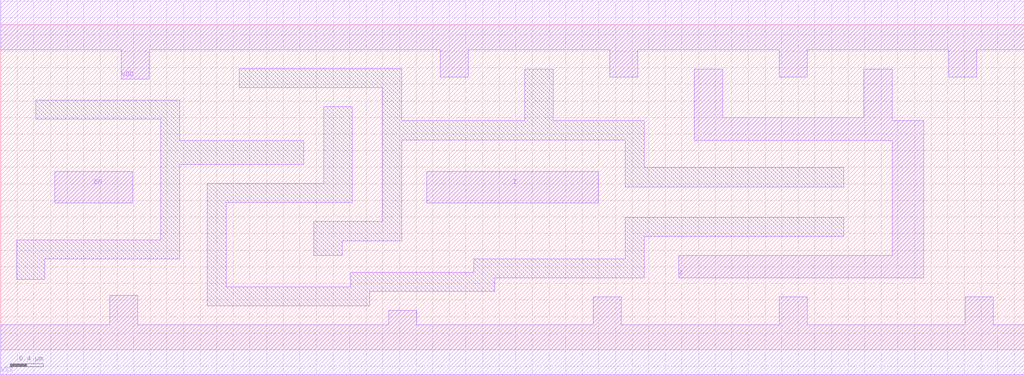
<source format=lef>
# Copyright 2022 GlobalFoundries PDK Authors
#
# Licensed under the Apache License, Version 2.0 (the "License");
# you may not use this file except in compliance with the License.
# You may obtain a copy of the License at
#
#      http://www.apache.org/licenses/LICENSE-2.0
#
# Unless required by applicable law or agreed to in writing, software
# distributed under the License is distributed on an "AS IS" BASIS,
# WITHOUT WARRANTIES OR CONDITIONS OF ANY KIND, either express or implied.
# See the License for the specific language governing permissions and
# limitations under the License.

MACRO gf180mcu_fd_sc_mcu7t5v0__bufz_4
  CLASS core ;
  FOREIGN gf180mcu_fd_sc_mcu7t5v0__bufz_4 0.0 0.0 ;
  ORIGIN 0 0 ;
  SYMMETRY X Y ;
  SITE GF018hv5v_mcu_sc7 ;
  SIZE 12.32 BY 3.92 ;
  PIN EN
    DIRECTION INPUT ;
    ANTENNAGATEAREA 1.929 ;
    PORT
      LAYER METAL1 ;
        POLYGON 0.65 1.77 1.59 1.77 1.59 2.15 0.65 2.15  ;
    END
  END EN
  PIN I
    DIRECTION INPUT ;
    ANTENNAGATEAREA 2.159 ;
    PORT
      LAYER METAL1 ;
        POLYGON 5.13 1.77 7.19 1.77 7.19 2.15 5.13 2.15  ;
    END
  END I
  PIN Z
    DIRECTION OUTPUT ;
    ANTENNADIFFAREA 2.0748 ;
    PORT
      LAYER METAL1 ;
        POLYGON 8.35 2.52 10.15 2.52 10.73 2.52 10.73 1.135 8.16 1.135 8.16 0.865 11.11 0.865 11.11 2.76 10.73 2.76 10.73 3.38 10.39 3.38 10.39 2.8 10.15 2.8 8.69 2.8 8.69 3.38 8.35 3.38  ;
    END
  END Z
  PIN VDD
    DIRECTION INOUT ;
    USE power ;
    SHAPE ABUTMENT ;
    PORT
      LAYER METAL1 ;
        POLYGON 0 3.62 1.45 3.62 1.45 3.26 1.79 3.26 1.79 3.62 5.29 3.62 5.29 3.285 5.63 3.285 5.63 3.62 7.33 3.62 7.33 3.285 7.67 3.285 7.67 3.62 9.37 3.62 9.37 3.285 9.71 3.285 9.71 3.62 10.15 3.62 11.41 3.62 11.41 3.285 11.75 3.285 11.75 3.62 12.32 3.62 12.32 4.22 10.15 4.22 0 4.22  ;
    END
  END VDD
  PIN VSS
    DIRECTION INOUT ;
    USE ground ;
    SHAPE ABUTMENT ;
    PORT
      LAYER METAL1 ;
        POLYGON 0 -0.3 12.32 -0.3 12.32 0.3 11.95 0.3 11.95 0.635 11.61 0.635 11.61 0.3 9.71 0.3 9.71 0.635 9.37 0.635 9.37 0.3 7.47 0.3 7.47 0.635 7.13 0.635 7.13 0.3 5.01 0.3 5.01 0.475 4.67 0.475 4.67 0.3 1.65 0.3 1.65 0.655 1.31 0.655 1.31 0.3 0 0.3  ;
    END
  END VSS
  OBS
      LAYER METAL1 ;
        POLYGON 0.42 2.78 1.925 2.78 1.925 1.325 0.19 1.325 0.19 0.85 0.53 0.85 0.53 1.095 2.155 1.095 2.155 2.235 3.65 2.235 3.65 2.52 2.155 2.52 2.155 3.01 0.42 3.01  ;
        POLYGON 2.485 0.53 4.44 0.53 4.44 0.705 5.945 0.705 5.945 0.865 7.745 0.865 7.745 1.365 10.15 1.365 10.15 1.595 7.515 1.595 7.515 1.095 5.695 1.095 5.695 0.935 4.215 0.935 4.215 0.76 2.715 0.76 2.715 1.775 4.23 1.775 4.23 2.93 3.89 2.93 3.89 2.005 2.485 2.005  ;
        POLYGON 2.87 3.16 4.595 3.16 4.595 1.545 3.77 1.545 3.77 1.14 4.11 1.14 4.11 1.315 4.825 1.315 4.825 2.53 7.515 2.53 7.515 1.965 10.15 1.965 10.15 2.195 7.745 2.195 7.745 2.76 6.65 2.76 6.65 3.38 6.31 3.38 6.31 2.76 4.825 2.76 4.825 3.39 2.87 3.39  ;
  END
END gf180mcu_fd_sc_mcu7t5v0__bufz_4

</source>
